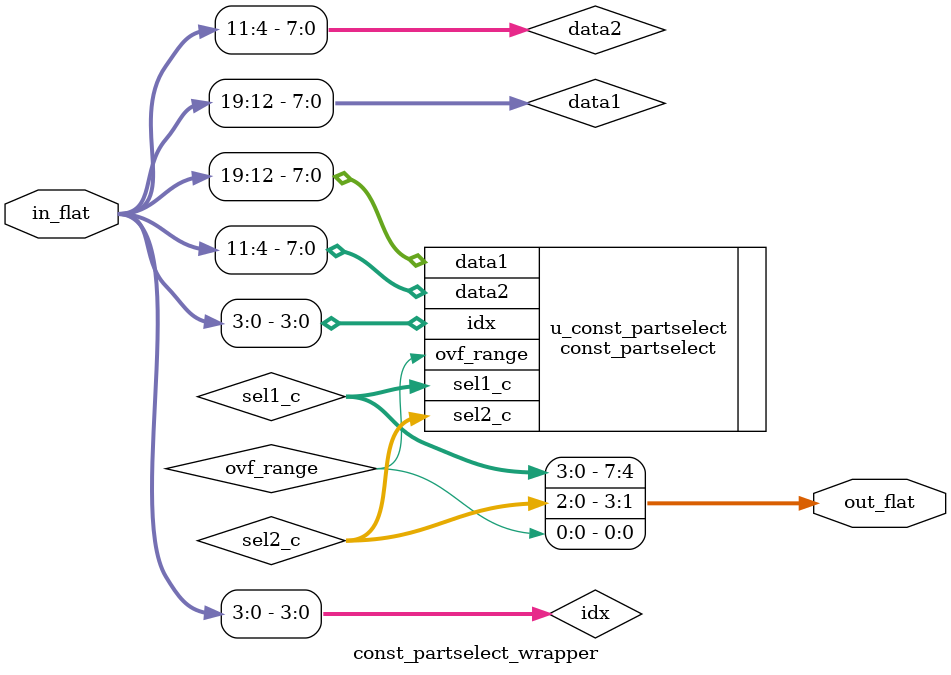
<source format=sv>
module const_partselect_wrapper (
    input  wire [19:0] in_flat,
    output wire [7:0] out_flat
);

  // Slice `in_flat` into original inputs
  wire [7:0] data1 = in_flat[19:12];
  wire [7:0] data2 = in_flat[11:4];
  wire [3:0] idx = in_flat[3:0];

  // Wires to capture original module outputs
  wire [3:0] sel1_c;
  wire [2:0] sel2_c;
  wire ovf_range;

  // Instantiate the original module
  const_partselect u_const_partselect (
    .data1(data1),
    .data2(data2),
    .idx(idx),
    .sel1_c(sel1_c),
    .sel2_c(sel2_c),
    .ovf_range(ovf_range)
  );

  // Pack original outputs into `out_flat`
  assign out_flat[7:4] = sel1_c;
  assign out_flat[3:1] = sel2_c;
  assign out_flat[0] = ovf_range;

endmodule  // const_partselect_wrapper
</source>
